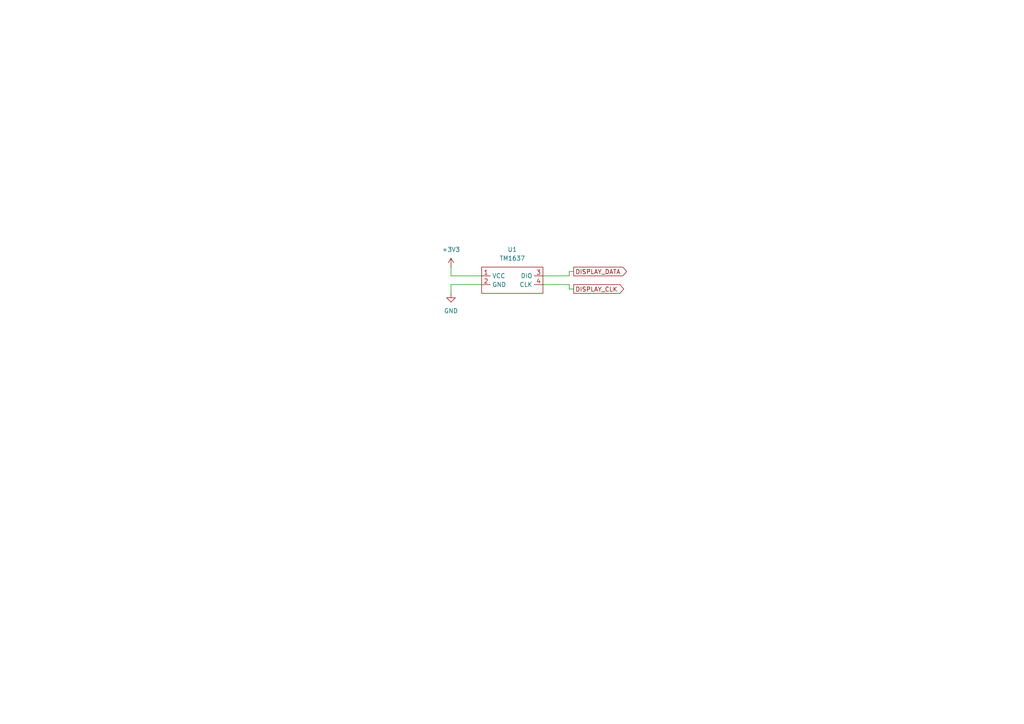
<source format=kicad_sch>
(kicad_sch (version 20231120) (generator "eeschema") (generator_version "8.0")
  (paper "A4")
  (title_block (title "Dock") (date "2024-07-20"))
  (lib_symbols
    (symbol "4xxx:TM1637"
      (property "Reference" "U1" (at -1.524 7.366 0))
      (property "Value" "TM1637" (at -3.81 5.08 0))
      (symbol "TM1637_0_1"
        (rectangle (start -8.89 3.81) (end 8.89 -3.81))
      )
      (symbol "TM1637_1_1"
        (pin power_in line (at -8.89 1.27 0) (length 2.54) (name "VCC") (number "1"))
        (pin power_out line (at -8.89 -1.27 0) (length 2.54) (name "GND") (number "2"))
        (pin input line (at 8.89 1.27 180) (length 2.54) (name "DIO") (number "3"))
        (pin input line (at 8.89 -1.27 180) (length 2.54) (name "CLK") (number "4"))
      )
    )
    (symbol "power:+3V3" (power) (pin_numbers hide) (pin_names (offset 0) hide)
      (property "Value" "+3V3" (at 0 3.556 0))
      (symbol "+3V3_0_1"
        (polyline (pts (xy -0.762 1.27) (xy 0 2.54)))
        (polyline (pts (xy 0 0) (xy 0 2.54)))
        (polyline (pts (xy 0 2.54) (xy 0.762 1.27)))
      )
      (symbol "+3V3_1_1"
        (pin power_in line (at 0 0 90) (length 0) (name "~") (number "1"))
      )
    )
    (symbol "power:GND" (power) (pin_numbers hide) (pin_names (offset 0) hide)
      (property "Value" "GND" (at 0 -3.81 0))
      (symbol "GND_0_1"
        (polyline (pts (xy 0 0) (xy 0 -1.27) (xy 1.27 -1.27) (xy 0 -2.54) (xy -1.27 -1.27) (xy 0 -1.27)))
      )
      (symbol "GND_1_1"
        (pin power_in line (at 0 0 270) (length 0) (name "~") (number "1"))
      )
    )
  )
  (wire (pts (xy 130.81 85.09) (xy 130.81 82.55)))
  (wire (pts (xy 165.1 83.82) (xy 165.1 82.55)))
  (wire (pts (xy 165.1 80.01) (xy 157.48 80.01)))
  (wire (pts (xy 165.1 78.74) (xy 165.1 80.01)))
  (wire (pts (xy 130.81 80.01) (xy 130.81 77.47)))
  (wire (pts (xy 165.1 78.74) (xy 166.37 78.74)))
  (wire (pts (xy 139.7 80.01) (xy 130.81 80.01)))
  (wire (pts (xy 165.1 82.55) (xy 157.48 82.55)))
  (wire (pts (xy 165.1 83.82) (xy 166.37 83.82)))
  (wire (pts (xy 130.81 82.55) (xy 139.7 82.55)))
  (global_label "DISPLAY_CLK" (shape output) (at 166.37 83.82 0) (property "Intersheetrefs" "${INTERSHEET_REFS}" (effects (hide yes))))
  (global_label "DISPLAY_DATA" (shape output) (at 166.37 78.74 0) (property "Intersheetrefs" "${INTERSHEET_REFS}" (effects (hide yes))))
  (symbol (lib_id "power:+3V3") (at 130.81 77.47 0) (unit 1)
    (property "Reference" "#PWR011" (effects (hide yes)))
    (property "Value" "+3V3" (at 130.81 72.39 0))
    (property "Description" "Power symbol creates a global label with name \"+3V3\"" (effects (hide yes)))
  )
  (symbol (lib_id "4xxx:TM1637") (at 148.59 81.28 0) (unit 1)
    (property "Reference" "U1" (at 148.59 72.39 0))
    (property "Value" "TM1637" (at 148.59 74.93 0))
  )
  (symbol (lib_id "power:GND") (at 130.81 85.09 0) (unit 1)
    (property "Reference" "#PWR012" (effects (hide yes)))
    (property "Value" "GND" (at 130.81 90.17 0))
    (property "Description" "Power symbol creates a global label with name \"GND\" , ground" (effects (hide yes)))
  )
)
</source>
